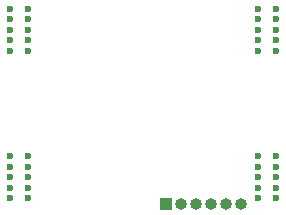
<source format=gbr>
%TF.GenerationSoftware,KiCad,Pcbnew,8.0.2*%
%TF.CreationDate,2024-05-29T00:31:01+09:00*%
%TF.ProjectId,smartlight,736d6172-746c-4696-9768-742e6b696361,rev?*%
%TF.SameCoordinates,Original*%
%TF.FileFunction,Soldermask,Bot*%
%TF.FilePolarity,Negative*%
%FSLAX46Y46*%
G04 Gerber Fmt 4.6, Leading zero omitted, Abs format (unit mm)*
G04 Created by KiCad (PCBNEW 8.0.2) date 2024-05-29 00:31:01*
%MOMM*%
%LPD*%
G01*
G04 APERTURE LIST*
%ADD10C,0.600000*%
%ADD11R,1.000000X1.000000*%
%ADD12O,1.000000X1.000000*%
G04 APERTURE END LIST*
D10*
%TO.C,REF\u002A\u002A*%
X78750000Y-51780000D03*
X80250000Y-51780000D03*
X78750000Y-50890000D03*
X80250000Y-50890000D03*
X78750000Y-50000000D03*
X80250000Y-50000000D03*
X78750000Y-49110000D03*
X80247128Y-49092199D03*
X78750000Y-48220000D03*
X80250000Y-48220000D03*
%TD*%
%TO.C,REF\u002A\u002A*%
X78750000Y-64280000D03*
X80250000Y-64280000D03*
X78750000Y-63390000D03*
X80250000Y-63390000D03*
X78750000Y-62500000D03*
X80250000Y-62500000D03*
X78750000Y-61610000D03*
X80247128Y-61592199D03*
X78750000Y-60720000D03*
X80250000Y-60720000D03*
%TD*%
D11*
%TO.C,J1*%
X91940000Y-64750000D03*
D12*
X93210000Y-64750000D03*
X94480000Y-64750000D03*
X95750000Y-64750000D03*
X97020000Y-64750000D03*
X98290000Y-64750000D03*
%TD*%
D10*
%TO.C,REF\u002A\u002A*%
X99750000Y-51780000D03*
X101250000Y-51780000D03*
X99750000Y-50890000D03*
X101250000Y-50890000D03*
X99750000Y-50000000D03*
X101250000Y-50000000D03*
X99750000Y-49110000D03*
X101247128Y-49092199D03*
X99750000Y-48220000D03*
X101250000Y-48220000D03*
%TD*%
%TO.C,REF\u002A\u002A*%
X99750000Y-64280000D03*
X101250000Y-64280000D03*
X99750000Y-63390000D03*
X101250000Y-63390000D03*
X99750000Y-62500000D03*
X101250000Y-62500000D03*
X99750000Y-61610000D03*
X101247128Y-61592199D03*
X99750000Y-60720000D03*
X101250000Y-60720000D03*
%TD*%
M02*

</source>
